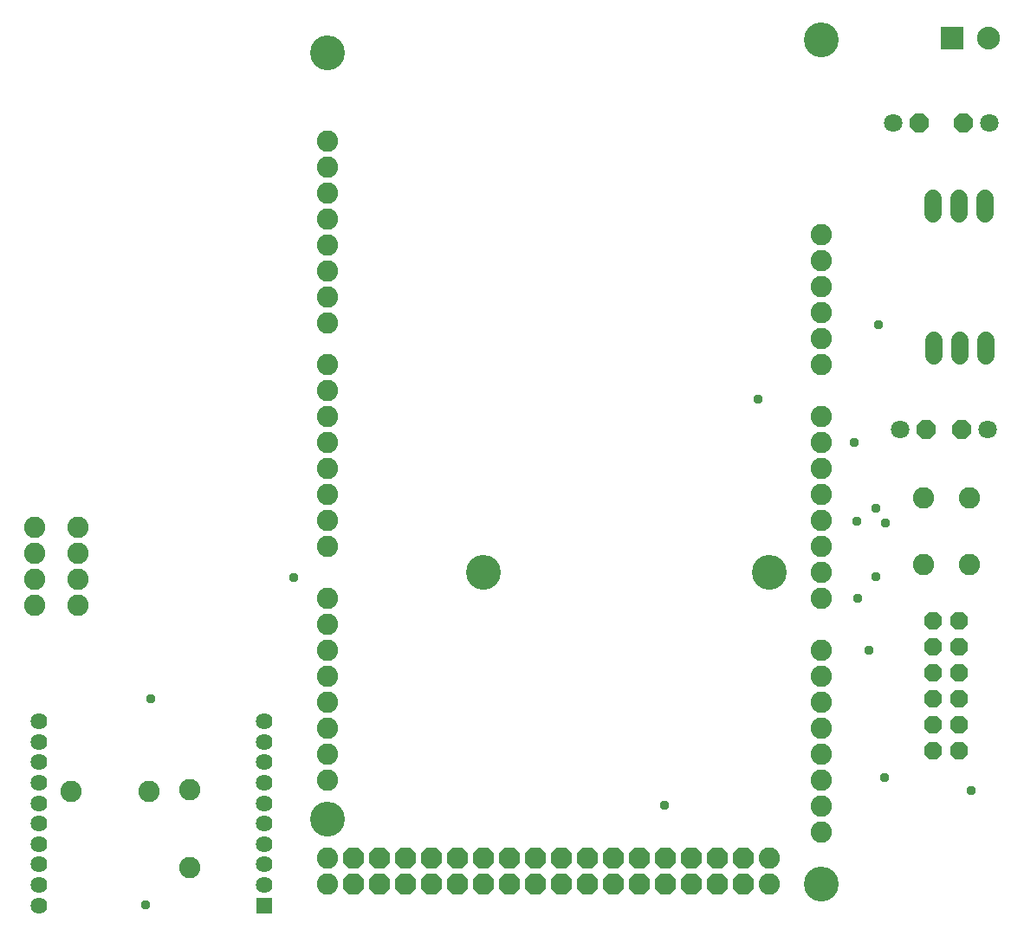
<source format=gbr>
G04 EAGLE Gerber RS-274X export*
G75*
%MOMM*%
%FSLAX34Y34*%
%LPD*%
%INSoldermask Top*%
%IPPOS*%
%AMOC8*
5,1,8,0,0,1.08239X$1,22.5*%
G01*
%ADD10C,2.082800*%
%ADD11P,2.254402X8X202.500000*%
%ADD12C,3.403200*%
%ADD13P,1.951982X8X202.500000*%
%ADD14C,1.803400*%
%ADD15P,1.951982X8X22.500000*%
%ADD16C,1.727200*%
%ADD17R,2.235200X2.235200*%
%ADD18C,2.235200*%
%ADD19C,1.625600*%
%ADD20R,1.625600X1.625600*%
%ADD21P,1.869504X8X292.500000*%
%ADD22C,0.959600*%


D10*
X800900Y328400D03*
X800900Y303000D03*
X800900Y277600D03*
X800900Y252200D03*
X800900Y226800D03*
X800900Y201400D03*
X800900Y176000D03*
X800900Y353800D03*
X318300Y379200D03*
X318300Y353800D03*
X318300Y328400D03*
X318300Y303000D03*
X318300Y277600D03*
X318300Y252200D03*
X318300Y226800D03*
X318300Y404600D03*
X800900Y557000D03*
X800900Y531600D03*
X800900Y506200D03*
X800900Y480800D03*
X800900Y455400D03*
X800900Y430000D03*
X800900Y404600D03*
X800900Y582400D03*
X318300Y607800D03*
X318300Y582400D03*
X318300Y557000D03*
X318300Y531600D03*
X318300Y506200D03*
X318300Y480800D03*
X318300Y455400D03*
X318300Y633200D03*
X318300Y826240D03*
X318300Y800840D03*
X318300Y775440D03*
X318300Y750040D03*
X318300Y724640D03*
X318300Y699240D03*
X318300Y673840D03*
X318300Y851640D03*
D11*
X521500Y125200D03*
X521500Y150600D03*
X496100Y125200D03*
X496100Y150600D03*
X470700Y125200D03*
X470700Y150600D03*
X445300Y125200D03*
X445300Y150600D03*
X419900Y125200D03*
X419900Y150600D03*
X394500Y125200D03*
X394500Y150600D03*
X369100Y125200D03*
X369100Y150600D03*
X343700Y125200D03*
X343700Y150600D03*
X724700Y125200D03*
X724700Y150600D03*
X699300Y125200D03*
X699300Y150600D03*
X673900Y125200D03*
X673900Y150600D03*
X648500Y125200D03*
X648500Y150600D03*
X623100Y125200D03*
X623100Y150600D03*
X597700Y125200D03*
X597700Y150600D03*
X572300Y125200D03*
X572300Y150600D03*
X546900Y125200D03*
X546900Y150600D03*
D10*
X750100Y150600D03*
X750100Y125200D03*
X318300Y150600D03*
X318300Y125200D03*
X800900Y760200D03*
X800900Y734800D03*
X800900Y709400D03*
X800900Y684000D03*
X800900Y658600D03*
X800900Y633200D03*
D12*
X318300Y938000D03*
X800900Y950700D03*
X470700Y430000D03*
X750100Y430000D03*
X318300Y188700D03*
X800900Y125200D03*
D13*
X939600Y869600D03*
D14*
X965000Y869600D03*
D15*
X896100Y869600D03*
D14*
X870700Y869600D03*
D16*
X960900Y796120D02*
X960900Y780880D01*
X935500Y780880D02*
X935500Y796120D01*
X910100Y796120D02*
X910100Y780880D01*
D10*
X74400Y397700D03*
X74400Y423100D03*
X74400Y448500D03*
X74400Y473900D03*
X32100Y397700D03*
X32100Y423100D03*
X32100Y448500D03*
X32100Y473900D03*
D17*
X928500Y952300D03*
D18*
X963500Y952300D03*
D10*
X183200Y217700D03*
X183200Y141500D03*
X67500Y215600D03*
X143700Y215600D03*
D19*
X256000Y284300D03*
X256000Y264300D03*
X256000Y244300D03*
X256000Y224300D03*
X256000Y204300D03*
X256000Y184300D03*
X256000Y164300D03*
X256000Y144300D03*
X256000Y124300D03*
D20*
X256000Y104300D03*
D19*
X36000Y284300D03*
X36000Y264300D03*
X36000Y244300D03*
X36000Y224300D03*
X36000Y204300D03*
X36000Y184300D03*
X36000Y164300D03*
X36000Y144300D03*
X36000Y124300D03*
X36000Y104300D03*
D10*
X945606Y502512D03*
X945606Y437488D03*
X900394Y502512D03*
X900394Y437488D03*
D16*
X961182Y641492D02*
X961182Y656732D01*
X935782Y656732D02*
X935782Y641492D01*
X910382Y641492D02*
X910382Y656732D01*
D13*
X937300Y570000D03*
D14*
X962700Y570000D03*
D15*
X902700Y570000D03*
D14*
X877300Y570000D03*
D21*
X909300Y382500D03*
X934700Y382500D03*
X909300Y357100D03*
X934700Y357100D03*
X909300Y331700D03*
X934700Y331700D03*
X909300Y306300D03*
X934700Y306300D03*
X909300Y280900D03*
X934700Y280900D03*
X909300Y255500D03*
X934700Y255500D03*
D22*
X284500Y424500D03*
X647000Y202000D03*
X739000Y599000D03*
X862000Y229000D03*
X145000Y306000D03*
X140000Y105000D03*
X856000Y672000D03*
X833000Y557000D03*
X863000Y478000D03*
X835000Y480000D03*
X836000Y405000D03*
X854000Y426000D03*
X854000Y493000D03*
X847000Y354000D03*
X947000Y217000D03*
M02*

</source>
